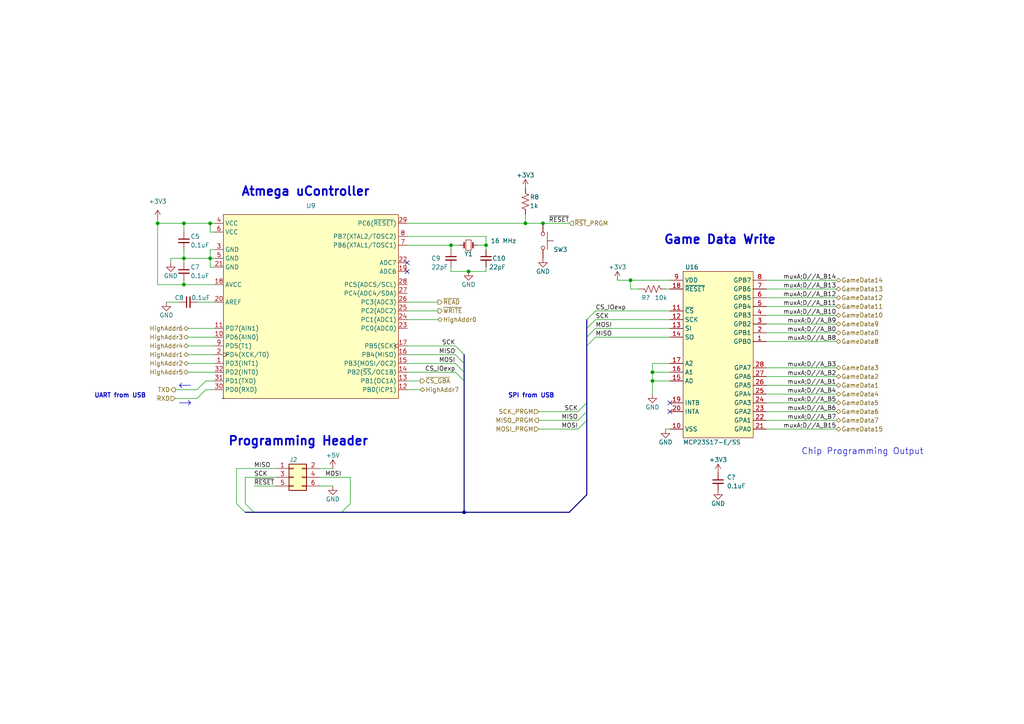
<source format=kicad_sch>
(kicad_sch (version 20230121) (generator eeschema)
  (paper "A4")
  (lib_symbols
    (symbol "0_libSyms_GBA:Atmega_SMT"
      (property "Reference" "U" (at 1.27 54.61 0))
      (symbol "Atmega_SMT_0_1"
        (rectangle (start 0 53.34) (end 50.8 0) (fill (type background)))
      )
      (symbol "Atmega_SMT_1_1"
        (pin input line (at -2.54 10.16 0) (length 2.54) (name "PD3(INT1)") (number "1"))
        (pin input line (at -2.54 17.78 0) (length 2.54) (name "PD6(AIN0)") (number "10"))
        (pin input line (at -2.54 20.32 0) (length 2.54) (name "PD7(AIN1)") (number "11"))
        (pin input line (at 53.34 2.54 180) (length 2.54) (name "PB0(ICP1)") (number "12"))
        (pin input line (at 53.34 5.08 180) (length 2.54) (name "PB1(OC1A)") (number "13"))
        (pin input line (at 53.34 7.62 180) (length 2.54) (name "PB2(~{SS}/OC1B)") (number "14"))
        (pin input line (at 53.34 10.16 180) (length 2.54) (name "PB3(MOSI/OC2)") (number "15"))
        (pin input line (at 53.34 12.7 180) (length 2.54) (name "PB4(MISO)") (number "16"))
        (pin input clock (at 53.34 15.24 180) (length 2.54) (name "PB5(SCK)") (number "17"))
        (pin input line (at -2.54 33.02 0) (length 2.54) (name "AVCC") (number "18"))
        (pin input line (at 53.34 36.83 180) (length 2.54) (name "ADC6") (number "19"))
        (pin input clock (at -2.54 12.7 0) (length 2.54) (name "PD4(XCK/T0)") (number "2"))
        (pin input line (at -2.54 27.94 0) (length 2.54) (name "AREF") (number "20"))
        (pin input line (at -2.54 38.1 0) (length 2.54) (name "GND") (number "21"))
        (pin input line (at 53.34 39.37 180) (length 2.54) (name "ADC7") (number "22"))
        (pin input line (at 53.34 20.32 180) (length 2.54) (name "PC0(ADC0)") (number "23"))
        (pin input line (at 53.34 22.86 180) (length 2.54) (name "PC1(ADC1)") (number "24"))
        (pin input line (at 53.34 25.4 180) (length 2.54) (name "PC2(ADC2)") (number "25"))
        (pin input line (at 53.34 27.94 180) (length 2.54) (name "PC3(ADC3)") (number "26"))
        (pin input line (at 53.34 30.48 180) (length 2.54) (name "PC4(ADC4/SDA)") (number "27"))
        (pin input line (at 53.34 33.02 180) (length 2.54) (name "PC5(ADC5/SCL)") (number "28"))
        (pin input line (at 53.34 50.8 180) (length 2.54) (name "PC6(~{RESET})") (number "29"))
        (pin input line (at -2.54 43.18 0) (length 2.54) (name "GND") (number "3"))
        (pin input line (at -2.54 2.54 0) (length 2.54) (name "PD0(RXD)") (number "30"))
        (pin input line (at -2.54 5.08 0) (length 2.54) (name "PD1(TXD)") (number "31"))
        (pin input line (at -2.54 7.62 0) (length 2.54) (name "PD2(INT0)") (number "32"))
        (pin input line (at -2.54 50.8 0) (length 2.54) (name "VCC") (number "4"))
        (pin input line (at -2.54 40.64 0) (length 2.54) (name "GND") (number "5"))
        (pin input line (at -2.54 48.26 0) (length 2.54) (name "VCC") (number "6"))
        (pin input line (at 53.34 44.45 180) (length 2.54) (name "PB6(XTAL1/TOSC1)") (number "7"))
        (pin input line (at 53.34 46.99 180) (length 2.54) (name "PB7(XTAL2/TOSC2)") (number "8"))
        (pin input line (at -2.54 15.24 0) (length 2.54) (name "PD5(T1)") (number "9"))
      )
    )
    (symbol "0_libSyms_GBA:IO_exp"
      (property "Reference" "U" (at 1.27 49.53 0))
      (symbol "IO_exp_1_1"
        (rectangle (start 0 48.26) (end 20.32 0) (fill (type background)))
        (pin bidirectional line (at 24.13 27.94 180) (length 3.81) (name "GPB0") (number "1"))
        (pin power_out line (at -3.81 2.54 0) (length 3.81) (name "VSS") (number "10"))
        (pin input line (at -3.81 36.83 0) (length 3.81) (name "~{CS}") (number "11"))
        (pin input line (at -3.81 34.29 0) (length 3.81) (name "SCK") (number "12"))
        (pin input line (at -3.81 31.75 0) (length 3.81) (name "SI") (number "13"))
        (pin output line (at -3.81 29.21 0) (length 3.81) (name "SO") (number "14"))
        (pin input line (at -3.81 16.51 0) (length 3.81) (name "A0") (number "15"))
        (pin input line (at -3.81 19.05 0) (length 3.81) (name "A1") (number "16"))
        (pin input line (at -3.81 21.59 0) (length 3.81) (name "A2") (number "17"))
        (pin input line (at -3.81 43.18 0) (length 3.81) (name "~{RESET}") (number "18"))
        (pin output line (at -3.81 10.16 0) (length 3.81) (name "INTB") (number "19"))
        (pin bidirectional line (at 24.13 30.48 180) (length 3.81) (name "GPB1") (number "2"))
        (pin output line (at -3.81 7.62 0) (length 3.81) (name "INTA") (number "20"))
        (pin bidirectional line (at 24.13 2.54 180) (length 3.81) (name "GPA0") (number "21"))
        (pin bidirectional line (at 24.13 5.08 180) (length 3.81) (name "GPA1") (number "22"))
        (pin bidirectional line (at 24.13 7.62 180) (length 3.81) (name "GPA2") (number "23"))
        (pin bidirectional line (at 24.13 10.16 180) (length 3.81) (name "GPA3") (number "24"))
        (pin bidirectional line (at 24.13 12.7 180) (length 3.81) (name "GPA4") (number "25"))
        (pin bidirectional line (at 24.13 15.24 180) (length 3.81) (name "GPA5") (number "26"))
        (pin bidirectional line (at 24.13 17.78 180) (length 3.81) (name "GPA6") (number "27"))
        (pin bidirectional line (at 24.13 20.32 180) (length 3.81) (name "GPA7") (number "28"))
        (pin bidirectional line (at 24.13 33.02 180) (length 3.81) (name "GPB2") (number "3"))
        (pin bidirectional line (at 24.13 35.56 180) (length 3.81) (name "GPB3") (number "4"))
        (pin bidirectional line (at 24.13 38.1 180) (length 3.81) (name "GPB4") (number "5"))
        (pin bidirectional line (at 24.13 40.64 180) (length 3.81) (name "GPB5") (number "6"))
        (pin bidirectional line (at 24.13 43.18 180) (length 3.81) (name "GPB6") (number "7"))
        (pin bidirectional line (at 24.13 45.72 180) (length 3.81) (name "GPB7") (number "8"))
        (pin power_in line (at -3.81 45.72 0) (length 3.81) (name "VDD") (number "9"))
      )
    )
    (symbol "Connector_Generic:Conn_02x03_Odd_Even" (pin_names (offset 1.016) hide)
      (property "Reference" "J" (at 1.27 5.08 0))
      (property "Value" "Conn_02x03_Odd_Even" (at 1.27 -5.08 0))
      (symbol "Conn_02x03_Odd_Even_1_1"
        (rectangle (start -1.27 -2.413) (end 0 -2.667) (stroke (width 0.1524)))
        (rectangle (start -1.27 0.127) (end 0 -0.127) (stroke (width 0.1524)))
        (rectangle (start -1.27 2.667) (end 0 2.413) (stroke (width 0.1524)))
        (rectangle (start -1.27 3.81) (end 3.81 -3.81) (stroke (width 0.254)) (fill (type background)))
        (rectangle (start 3.81 -2.413) (end 2.54 -2.667) (stroke (width 0.1524)))
        (rectangle (start 3.81 0.127) (end 2.54 -0.127) (stroke (width 0.1524)))
        (rectangle (start 3.81 2.667) (end 2.54 2.413) (stroke (width 0.1524)))
        (pin passive line (at -5.08 2.54 0) (length 3.81) (name "Pin_1") (number "1"))
        (pin passive line (at 7.62 2.54 180) (length 3.81) (name "Pin_2") (number "2"))
        (pin passive line (at -5.08 0 0) (length 3.81) (name "Pin_3") (number "3"))
        (pin passive line (at 7.62 0 180) (length 3.81) (name "Pin_4") (number "4"))
        (pin passive line (at -5.08 -2.54 0) (length 3.81) (name "Pin_5") (number "5"))
        (pin passive line (at 7.62 -2.54 180) (length 3.81) (name "Pin_6") (number "6"))
      )
    )
    (symbol "Device:C_Small" (pin_numbers hide) (pin_names (offset 0.254) hide)
      (property "Reference" "C" (at 0.254 1.778 0))
      (property "Value" "C_Small" (at 0.254 -2.032 0))
      (symbol "C_Small_0_1"
        (polyline (pts (xy -1.524 -0.508) (xy 1.524 -0.508)) (stroke (width 0.3302)))
        (polyline (pts (xy -1.524 0.508) (xy 1.524 0.508)) (stroke (width 0.3048)))
      )
      (symbol "C_Small_1_1"
        (pin passive line (at 0 2.54 270) (length 2.032) (name "~") (number "1"))
        (pin passive line (at 0 -2.54 90) (length 2.032) (name "~") (number "2"))
      )
    )
    (symbol "Device:Crystal_Small" (pin_numbers hide) (pin_names (offset 1.016) hide)
      (property "Reference" "Y" (at 0 2.54 0))
      (property "Value" "Crystal_Small" (at 0 -2.54 0))
      (symbol "Crystal_Small_0_1"
        (rectangle (start -0.762 -1.524) (end 0.762 1.524))
        (polyline (pts (xy -1.27 -0.762) (xy -1.27 0.762)) (stroke (width 0.381)))
        (polyline (pts (xy 1.27 -0.762) (xy 1.27 0.762)) (stroke (width 0.381)))
      )
      (symbol "Crystal_Small_1_1"
        (pin passive line (at -2.54 0 0) (length 1.27) (name "1") (number "1"))
        (pin passive line (at 2.54 0 180) (length 1.27) (name "2") (number "2"))
      )
    )
    (symbol "Device:R_US" (pin_numbers hide) (pin_names (offset 0))
      (property "Reference" "R" (at 2.54 0 90))
      (property "Value" "R_US" (at -2.54 0 90))
      (symbol "R_US_0_1"
        (polyline (pts (xy 0 -2.286) (xy 0 -2.54)))
        (polyline (pts (xy 0 2.286) (xy 0 2.54)))
        (polyline (pts (xy 0 -0.762) (xy 1.016 -1.143) (xy 0 -1.524) (xy -1.016 -1.905) (xy 0 -2.286)))
        (polyline (pts (xy 0 0.762) (xy 1.016 0.381) (xy 0 0) (xy -1.016 -0.381) (xy 0 -0.762)))
        (polyline (pts (xy 0 2.286) (xy 1.016 1.905) (xy 0 1.524) (xy -1.016 1.143) (xy 0 0.762)))
      )
      (symbol "R_US_1_1"
        (pin passive line (at 0 3.81 270) (length 1.27) (name "~") (number "1"))
        (pin passive line (at 0 -3.81 90) (length 1.27) (name "~") (number "2"))
      )
    )
    (symbol "Switch:SW_Push" (pin_numbers hide) (pin_names (offset 1.016) hide)
      (property "Reference" "SW" (at 1.27 2.54 0))
      (property "Value" "SW_Push" (at 0 -1.524 0))
      (symbol "SW_Push_0_1"
        (circle (center -2.032 0) (radius 0.508))
        (polyline (pts (xy 0 1.27) (xy 0 3.048)))
        (polyline (pts (xy 2.54 1.27) (xy -2.54 1.27)))
        (circle (center 2.032 0) (radius 0.508))
        (pin passive line (at -5.08 0 0) (length 2.54) (name "1") (number "1"))
        (pin passive line (at 5.08 0 180) (length 2.54) (name "2") (number "2"))
      )
    )
    (symbol "power:+3V3" (power) (pin_names (offset 0))
      (property "Value" "+3V3" (at 0 3.556 0))
      (symbol "+3V3_0_1"
        (polyline (pts (xy -0.762 1.27) (xy 0 2.54)))
        (polyline (pts (xy 0 0) (xy 0 2.54)))
        (polyline (pts (xy 0 2.54) (xy 0.762 1.27)))
      )
      (symbol "+3V3_1_1"
        (pin power_in line (at 0 0 90) (length 0) hide (name "+3V3") (number "1"))
      )
    )
    (symbol "power:+5V" (power) (pin_names (offset 0))
      (property "Value" "+5V" (at 0 3.556 0))
      (symbol "+5V_0_1"
        (polyline (pts (xy -0.762 1.27) (xy 0 2.54)))
        (polyline (pts (xy 0 0) (xy 0 2.54)))
        (polyline (pts (xy 0 2.54) (xy 0.762 1.27)))
      )
      (symbol "+5V_1_1"
        (pin power_in line (at 0 0 90) (length 0) hide (name "+5V") (number "1"))
      )
    )
    (symbol "power:GND" (power) (pin_names (offset 0))
      (property "Value" "GND" (at 0 -3.81 0))
      (symbol "GND_0_1"
        (polyline (pts (xy 0 0) (xy 0 -1.27) (xy 1.27 -1.27) (xy 0 -2.54) (xy -1.27 -1.27) (xy 0 -1.27)))
      )
      (symbol "GND_1_1"
        (pin power_in line (at 0 0 270) (length 0) hide (name "GND") (number "1"))
      )
    )
  )
  (junction (at 53.34 64.77))
  (junction (at 53.34 74.93))
  (junction (at 130.81 71.12))
  (junction (at 152.4 64.77))
  (junction (at 182.88 81.28))
  (junction (at 53.34 82.55))
  (junction (at 189.23 110.49))
  (junction (at 135.89 78.74))
  (junction (at 157.48 64.77))
  (junction (at 45.72 64.77))
  (junction (at 134.62 148.59))
  (junction (at 140.97 71.12))
  (junction (at 60.96 74.93))
  (junction (at 60.96 64.77))
  (junction (at 189.23 107.95))
  (no_connect (at 194.31 116.84))
  (no_connect (at 118.11 78.74))
  (no_connect (at 194.31 119.38))
  (no_connect (at 118.11 76.2))
  (bus_entry (at 68.58 146.05) (size 2.54 2.54))
  (bus_entry (at 172.72 92.71) (size -2.54 2.54))
  (bus_entry (at 172.72 95.25) (size -2.54 2.54))
  (bus_entry (at 167.64 124.46) (size 2.54 -2.54))
  (bus_entry (at 99.06 148.59) (size 2.54 -2.54))
  (bus_entry (at 172.72 90.17) (size -2.54 2.54))
  (bus_entry (at 132.08 105.41) (size 2.54 2.54))
  (bus_entry (at 167.64 119.38) (size 2.54 -2.54))
  (bus_entry (at 71.12 146.05) (size 2.54 2.54))
  (bus_entry (at 172.72 97.79) (size -2.54 2.54))
  (bus_entry (at 132.08 100.33) (size 2.54 2.54))
  (bus_entry (at 132.08 107.95) (size 2.54 2.54))
  (bus_entry (at 167.64 121.92) (size 2.54 -2.54))
  (bus_entry (at 132.08 102.87) (size 2.54 2.54))
  (wire (pts (xy 60.96 64.77) (xy 53.34 64.77)))
  (polyline (pts (xy 54.61 117.475) (xy 55.245 116.84)))
  (wire (pts (xy 189.23 105.41) (xy 189.23 107.95)))
  (wire (pts (xy 135.89 78.74) (xy 140.97 78.74)))
  (wire (pts (xy 68.58 135.89) (xy 68.58 146.05)))
  (wire (pts (xy 130.81 71.12) (xy 130.81 72.39)))
  (wire (pts (xy 172.72 95.25) (xy 194.31 95.25)))
  (polyline (pts (xy 54.61 116.205) (xy 55.245 116.84)))
  (wire (pts (xy 49.53 74.93) (xy 53.34 74.93)))
  (polyline (pts (xy 52.705 112.395) (xy 52.07 111.76)))
  (wire (pts (xy 193.04 83.82) (xy 194.31 83.82)))
  (wire (pts (xy 50.8 113.03) (xy 57.15 113.03)))
  (wire (pts (xy 54.61 107.95) (xy 62.23 107.95)))
  (wire (pts (xy 222.25 81.28) (xy 242.57 81.28)))
  (wire (pts (xy 53.34 81.28) (xy 53.34 82.55)))
  (wire (pts (xy 118.11 107.95) (xy 132.08 107.95)))
  (wire (pts (xy 118.11 110.49) (xy 121.92 110.49)))
  (wire (pts (xy 59.69 113.03) (xy 62.23 113.03)))
  (wire (pts (xy 222.25 106.68) (xy 242.57 106.68)))
  (wire (pts (xy 140.97 71.12) (xy 140.97 72.39)))
  (wire (pts (xy 57.15 87.63) (xy 62.23 87.63)))
  (wire (pts (xy 222.25 119.38) (xy 242.57 119.38)))
  (wire (pts (xy 222.25 91.44) (xy 242.57 91.44)))
  (wire (pts (xy 53.34 82.55) (xy 62.23 82.55)))
  (bus (pts (xy 170.18 143.51) (xy 165.1 148.59)))
  (wire (pts (xy 118.11 68.58) (xy 140.97 68.58)))
  (wire (pts (xy 130.81 78.74) (xy 130.81 77.47)))
  (wire (pts (xy 193.04 124.46) (xy 194.31 124.46)))
  (wire (pts (xy 222.25 124.46) (xy 242.57 124.46)))
  (wire (pts (xy 152.4 64.77) (xy 157.48 64.77)))
  (wire (pts (xy 54.61 97.79) (xy 62.23 97.79)))
  (wire (pts (xy 71.12 138.43) (xy 71.12 146.05)))
  (wire (pts (xy 45.72 64.77) (xy 45.72 82.55)))
  (wire (pts (xy 73.66 140.97) (xy 80.01 140.97)))
  (wire (pts (xy 92.71 138.43) (xy 101.6 138.43)))
  (wire (pts (xy 140.97 78.74) (xy 140.97 77.47)))
  (wire (pts (xy 182.88 83.82) (xy 185.42 83.82)))
  (wire (pts (xy 57.15 115.57) (xy 59.69 113.03)))
  (wire (pts (xy 92.71 135.89) (xy 96.52 135.89)))
  (bus (pts (xy 99.06 148.59) (xy 134.62 148.59)))
  (wire (pts (xy 140.97 68.58) (xy 140.97 71.12)))
  (wire (pts (xy 118.11 100.33) (xy 132.08 100.33)))
  (bus (pts (xy 170.18 100.33) (xy 170.18 116.84)))
  (wire (pts (xy 222.25 93.98) (xy 242.57 93.98)))
  (wire (pts (xy 45.72 63.5) (xy 45.72 64.77)))
  (wire (pts (xy 156.21 119.38) (xy 167.64 119.38)))
  (wire (pts (xy 45.72 64.77) (xy 53.34 64.77)))
  (bus (pts (xy 134.62 102.87) (xy 134.62 105.41)))
  (wire (pts (xy 118.11 71.12) (xy 130.81 71.12)))
  (bus (pts (xy 170.18 92.71) (xy 170.18 95.25)))
  (polyline (pts (xy 52.705 112.395) (xy 52.07 111.76)))
  (wire (pts (xy 60.96 72.39) (xy 60.96 74.93)))
  (wire (pts (xy 54.61 102.87) (xy 62.23 102.87)))
  (wire (pts (xy 182.88 81.28) (xy 182.88 83.82)))
  (bus (pts (xy 170.18 119.38) (xy 170.18 121.92)))
  (wire (pts (xy 138.43 71.12) (xy 140.97 71.12)))
  (wire (pts (xy 189.23 114.3) (xy 189.23 110.49)))
  (wire (pts (xy 60.96 72.39) (xy 62.23 72.39)))
  (wire (pts (xy 130.81 71.12) (xy 133.35 71.12)))
  (wire (pts (xy 118.11 92.71) (xy 127 92.71)))
  (wire (pts (xy 54.61 100.33) (xy 62.23 100.33)))
  (wire (pts (xy 222.25 111.76) (xy 242.57 111.76)))
  (wire (pts (xy 60.96 74.93) (xy 60.96 77.47)))
  (wire (pts (xy 54.61 95.25) (xy 62.23 95.25)))
  (polyline (pts (xy 52.07 116.84) (xy 55.245 116.84)))
  (wire (pts (xy 222.25 99.06) (xy 242.57 99.06)))
  (wire (pts (xy 172.72 92.71) (xy 194.31 92.71)))
  (wire (pts (xy 57.15 113.03) (xy 59.69 110.49)))
  (wire (pts (xy 172.72 90.17) (xy 194.31 90.17)))
  (wire (pts (xy 222.25 88.9) (xy 242.57 88.9)))
  (wire (pts (xy 189.23 107.95) (xy 189.23 110.49)))
  (wire (pts (xy 53.34 74.93) (xy 53.34 76.2)))
  (wire (pts (xy 118.11 90.17) (xy 127 90.17)))
  (wire (pts (xy 92.71 140.97) (xy 96.52 140.97)))
  (wire (pts (xy 222.25 96.52) (xy 242.57 96.52)))
  (wire (pts (xy 189.23 107.95) (xy 194.31 107.95)))
  (wire (pts (xy 182.88 81.28) (xy 194.31 81.28)))
  (wire (pts (xy 156.21 121.92) (xy 167.64 121.92)))
  (wire (pts (xy 62.23 74.93) (xy 60.96 74.93)))
  (wire (pts (xy 189.23 110.49) (xy 194.31 110.49)))
  (wire (pts (xy 156.21 124.46) (xy 167.64 124.46)))
  (wire (pts (xy 49.53 76.2) (xy 49.53 74.93)))
  (polyline (pts (xy 54.61 116.205) (xy 55.245 116.84)))
  (bus (pts (xy 170.18 121.92) (xy 170.18 143.51)))
  (wire (pts (xy 179.07 81.28) (xy 182.88 81.28)))
  (polyline (pts (xy 55.245 111.76) (xy 52.07 111.76)))
  (wire (pts (xy 130.81 78.74) (xy 135.89 78.74)))
  (bus (pts (xy 134.62 107.95) (xy 134.62 110.49)))
  (bus (pts (xy 134.62 148.59) (xy 165.1 148.59)))
  (bus (pts (xy 170.18 95.25) (xy 170.18 97.79)))
  (wire (pts (xy 118.11 113.03) (xy 121.92 113.03)))
  (wire (pts (xy 118.11 64.77) (xy 152.4 64.77)))
  (wire (pts (xy 118.11 87.63) (xy 127 87.63)))
  (bus (pts (xy 170.18 116.84) (xy 170.18 119.38)))
  (wire (pts (xy 53.34 64.77) (xy 53.34 67.31)))
  (wire (pts (xy 118.11 105.41) (xy 132.08 105.41)))
  (bus (pts (xy 134.62 110.49) (xy 134.62 148.59)))
  (wire (pts (xy 222.25 114.3) (xy 242.57 114.3)))
  (wire (pts (xy 189.23 105.41) (xy 194.31 105.41)))
  (polyline (pts (xy 52.705 111.125) (xy 52.07 111.76)))
  (wire (pts (xy 60.96 64.77) (xy 60.96 67.31)))
  (wire (pts (xy 54.61 105.41) (xy 62.23 105.41)))
  (wire (pts (xy 48.26 87.63) (xy 52.07 87.63)))
  (wire (pts (xy 172.72 97.79) (xy 194.31 97.79)))
  (bus (pts (xy 71.12 148.59) (xy 73.66 148.59)))
  (wire (pts (xy 157.48 64.77) (xy 165.1 64.77)))
  (wire (pts (xy 222.25 86.36) (xy 242.57 86.36)))
  (wire (pts (xy 71.12 138.43) (xy 80.01 138.43)))
  (wire (pts (xy 62.23 64.77) (xy 60.96 64.77)))
  (wire (pts (xy 45.72 82.55) (xy 53.34 82.55)))
  (wire (pts (xy 60.96 77.47) (xy 62.23 77.47)))
  (wire (pts (xy 60.96 74.93) (xy 53.34 74.93)))
  (wire (pts (xy 60.96 67.31) (xy 62.23 67.31)))
  (bus (pts (xy 170.18 97.79) (xy 170.18 100.33)))
  (wire (pts (xy 152.4 62.23) (xy 152.4 64.77)))
  (wire (pts (xy 53.34 74.93) (xy 53.34 72.39)))
  (wire (pts (xy 50.8 115.57) (xy 57.15 115.57)))
  (bus (pts (xy 73.66 148.59) (xy 99.06 148.59)))
  (wire (pts (xy 59.69 110.49) (xy 62.23 110.49)))
  (wire (pts (xy 222.25 83.82) (xy 242.57 83.82)))
  (wire (pts (xy 101.6 138.43) (xy 101.6 146.05)))
  (bus (pts (xy 134.62 105.41) (xy 134.62 107.95)))
  (wire (pts (xy 68.58 135.89) (xy 80.01 135.89)))
  (wire (pts (xy 222.25 109.22) (xy 242.57 109.22)))
  (wire (pts (xy 222.25 116.84) (xy 242.57 116.84)))
  (wire (pts (xy 222.25 121.92) (xy 242.57 121.92)))
  (wire (pts (xy 118.11 102.87) (xy 132.08 102.87)))
  (text "Chip Programming Output" (at 232.41 132.08 0) (effects (font (size 1.8 1.8)) (justify left bottom)))
  (text "Atmega uController" (at 69.85 57.15 0) (effects (font (size 2.54 2.54) (thickness 0.508) bold) (justify left bottom)))
  (text "Game Data Write" (at 192.405 71.12 0) (effects (font (size 2.54 2.54) (thickness 0.508) bold) (justify left bottom)))
  (text "Programming Header" (at 66.04 129.54 0) (effects (font (size 2.54 2.54) (thickness 0.508) bold) (justify left bottom)))
  (text "UART from USB" (at 27.305 115.57 0) (effects (font (size 1.27 1.27) (thickness 0.254) bold) (justify left bottom)))
  (text "SPI from USB" (at 147.32 115.57 0) (effects (font (size 1.27 1.27) (thickness 0.254) bold) (justify left bottom)))
  (label "muxA;D//A_B13" (at 242.57 83.82 180))
  (label "~{RESET}" (at 73.66 140.97 0))
  (label "CS_IOexp" (at 132.08 107.95 180))
  (label "CS_IOexp" (at 172.72 90.17 0))
  (label "muxA;D//A_B14" (at 242.57 81.28 180))
  (label "MOSI" (at 172.72 95.25 0))
  (label "muxA;D//A_B15" (at 242.57 124.46 180))
  (label "muxA;D//A_B10" (at 242.57 91.44 180))
  (label "MOSI" (at 99.06 138.43 180))
  (label "muxA;D//A_B5" (at 242.57 116.84 180))
  (label "muxA;D//A_B8" (at 242.57 99.06 180))
  (label "MOSI" (at 167.64 124.46 180))
  (label "MISO" (at 172.72 97.79 0))
  (label "muxA;D//A_B6" (at 242.57 119.38 180))
  (label "muxA;D//A_B12" (at 242.57 86.36 180))
  (label "SCK" (at 73.66 138.43 0))
  (label "muxA;D//A_B1" (at 242.57 111.76 180))
  (label "muxA;D//A_B3" (at 242.57 106.68 180))
  (label "muxA;D//A_B4" (at 242.57 114.3 180))
  (label "SCK" (at 132.08 100.33 180))
  (label "MISO" (at 73.66 135.89 0))
  (label "SCK" (at 167.64 119.38 180))
  (label "MISO" (at 132.08 102.87 180))
  (label "muxA;D//A_B0" (at 242.57 96.52 180))
  (label "muxA;D//A_B2" (at 242.57 109.22 180))
  (label "MISO" (at 167.64 121.92 180))
  (label "muxA;D//A_B11" (at 242.57 88.9 180))
  (label "SCK" (at 172.72 92.71 0))
  (label "~{RESET}" (at 165.1 64.77 180))
  (label "muxA;D//A_B7" (at 242.57 121.92 180))
  (label "MOSI" (at 132.08 105.41 180))
  (label "muxA;D//A_B9" (at 242.57 93.98 180))
  (hierarchical_label "HighAddr4" (shape bidirectional) (at 54.61 100.33 180))
  (hierarchical_label "HighAddr0" (shape bidirectional) (at 127 92.71 0))
  (hierarchical_label "GameData15" (shape bidirectional) (at 242.57 124.46 0))
  (hierarchical_label "RXD" (shape input) (at 50.8 115.57 180))
  (hierarchical_label "MISO_PRGM" (shape output) (at 156.21 121.92 180))
  (hierarchical_label "~{WRITE}" (shape output) (at 127 90.17 0))
  (hierarchical_label "MOSI_PRGM" (shape input) (at 156.21 124.46 180))
  (hierarchical_label "GameData13" (shape bidirectional) (at 242.57 83.82 0))
  (hierarchical_label "GameData10" (shape bidirectional) (at 242.57 91.44 0))
  (hierarchical_label "HighAddr1" (shape bidirectional) (at 54.61 102.87 180))
  (hierarchical_label "GameData14" (shape bidirectional) (at 242.57 81.28 0))
  (hierarchical_label "~{READ}" (shape output) (at 127 87.63 0))
  (hierarchical_label "GameData7" (shape bidirectional) (at 242.57 121.92 0))
  (hierarchical_label "SCK_PRGM" (shape input) (at 156.21 119.38 180))
  (hierarchical_label "GameData3" (shape bidirectional) (at 242.57 106.68 0))
  (hierarchical_label "TXD" (shape output) (at 50.8 113.03 180))
  (hierarchical_label "~{CS_GBA}" (shape output) (at 121.92 110.49 0))
  (hierarchical_label "HighAddr2" (shape bidirectional) (at 54.61 105.41 180))
  (hierarchical_label "HighAddr3" (shape bidirectional) (at 54.61 97.79 180))
  (hierarchical_label "GameData4" (shape bidirectional) (at 242.57 114.3 0))
  (hierarchical_label "GameData9" (shape bidirectional) (at 242.57 93.98 0))
  (hierarchical_label "GameData2" (shape bidirectional) (at 242.57 109.22 0))
  (hierarchical_label "GameData5" (shape bidirectional) (at 242.57 116.84 0))
  (hierarchical_label "GameData0" (shape bidirectional) (at 242.57 96.52 0))
  (hierarchical_label "GameData12" (shape bidirectional) (at 242.57 86.36 0))
  (hierarchical_label "GameData1" (shape bidirectional) (at 242.57 111.76 0))
  (hierarchical_label "~{RST}_PRGM" (shape input) (at 165.1 64.77 0))
  (hierarchical_label "GameData6" (shape bidirectional) (at 242.57 119.38 0))
  (hierarchical_label "GameData8" (shape bidirectional) (at 242.57 99.06 0))
  (hierarchical_label "HighAddr6" (shape bidirectional) (at 54.61 95.25 180))
  (hierarchical_label "HighAddr7" (shape bidirectional) (at 121.92 113.03 0))
  (hierarchical_label "HighAddr5" (shape bidirectional) (at 54.61 107.95 180))
  (hierarchical_label "GameData11" (shape bidirectional) (at 242.57 88.9 0))
  (symbol (lib_id "Device:C_Small") (at 140.97 74.93 0) (mirror y) (unit 1)
    (property "Reference" "C10" (at 146.685 74.93 0) (effects (justify left)))
    (property "Value" "22pF" (at 146.685 77.47 0) (effects (justify left)))
    (property "Footprint" "Capacitor_SMD:C_0805_2012Metric_Pad1.18x1.45mm_HandSolder" (effects hide))
    (instances (project "TTL_tester" (path "" (reference "C10") (unit 1))) (project "GBA_Cartridge" (path "" (reference "C14") (unit 1)) (path "" (reference "C9") (unit 1))) (project "topNotch_tester" (path "" (reference "C24") (unit 1))))
  )
  (symbol (lib_id "Connector_Generic:Conn_02x03_Odd_Even") (at 85.09 138.43 0) (unit 1)
    (property "Reference" "J2" (at 85.09 133.35 0))
    (property "Value" "Conn_02x03_Odd_Even" (effects hide))
    (property "Footprint" "Connector_PinHeader_2.54mm:PinHeader_2x03_P2.54mm_Vertical" (effects hide))
  )
  (symbol (lib_id "power:GND") (at 208.28 142.24 0) (mirror y) (unit 1)
    (property "Reference" "#PWR?" (effects hide))
    (property "Value" "GND" (at 208.28 146.05 0))
    (instances (project "TTL_tester" (path "" (reference "#PWR?") (unit 1)) (path "" (reference "#PWR066") (unit 1)) (path "" (reference "#PWR044") (unit 1))) (project "GBA_Cartridge" (path "" (reference "#PWR029") (unit 1)) (path "" (reference "#PWR043") (unit 1))) (project "topNotch_tester" (path "" (reference "#PWR087") (unit 1))))
  )
  (symbol (lib_id "Device:C_Small") (at 53.34 78.74 0) (unit 1)
    (property "Reference" "C7" (at 55.245 77.47 0) (effects (justify left)))
    (property "Value" "0.1uF" (at 55.245 80.01 0) (effects (justify left)))
    (property "Footprint" "Capacitor_SMD:C_0603_1608Metric_Pad1.08x0.95mm_HandSolder" (effects hide))
    (instances (project "TTL_tester" (path "" (reference "C7") (unit 1))) (project "GBA_Cartridge" (path "" (reference "C11") (unit 1)) (path "" (reference "C6") (unit 1))) (project "topNotch_tester" (path "" (reference "C21") (unit 1))))
  )
  (symbol (lib_id "Device:R_US") (at 152.4 58.42 0) (unit 1)
    (property "Reference" "R8" (at 153.67 57.15 0) (effects (justify left)))
    (property "Value" "1k" (at 153.67 59.69 0) (effects (justify left)))
    (property "Footprint" "Resistor_SMD:R_0805_2012Metric_Pad1.20x1.40mm_HandSolder" (effects hide))
    (instances (project "TTL_tester" (path "" (reference "R8") (unit 1))) (project "GBA_Cartridge" (path "" (reference "R12") (unit 1)) (path "" (reference "R9") (unit 1))) (project "topNotch_tester" (path "" (reference "R10") (unit 1))))
  )
  (symbol (lib_id "power:+3V3") (at 45.72 63.5 0) (mirror y) (unit 1)
    (property "Reference" "#PWR030" (effects hide))
    (property "Value" "+3V3" (at 45.72 58.42 0))
    (instances (project "GBA_Cartridge" (path "" (reference "#PWR030") (unit 1)) (path "" (reference "#PWR031") (unit 1))))
  )
  (symbol (lib_id "power:+5V") (at 96.52 135.89 0) (unit 1)
    (property "Reference" "#PWR028" (effects hide))
    (property "Value" "+5V" (at 96.52 132.08 0))
    (instances (project "TTL_tester" (path "" (reference "#PWR028") (unit 1))) (project "GBA_Cartridge" (path "" (reference "#PWR034") (unit 1))) (project "topNotch_tester" (path "" (reference "#PWR016") (unit 1))))
  )
  (symbol (lib_id "power:GND") (at 157.48 74.93 0) (unit 1)
    (property "Reference" "#PWR015" (effects hide))
    (property "Value" "GND" (at 157.48 78.74 0))
    (instances (project "TTL_tester" (path "" (reference "#PWR015") (unit 1))) (project "GBA_Cartridge" (path "" (reference "#PWR035") (unit 1)) (path "" (reference "#PWR038") (unit 1))) (project "topNotch_tester" (path "" (reference "#PWR022") (unit 1))))
  )
  (symbol (lib_id "power:GND") (at 96.52 140.97 0) (unit 1)
    (property "Reference" "#PWR029" (effects hide))
    (property "Value" "GND" (at 96.52 144.78 0))
    (instances (project "TTL_tester" (path "" (reference "#PWR029") (unit 1))) (project "GBA_Cartridge" (path "" (reference "#PWR035") (unit 1))) (project "topNotch_tester" (path "" (reference "#PWR017") (unit 1))))
  )
  (symbol (lib_id "power:GND") (at 48.26 87.63 0) (unit 1)
    (property "Reference" "#PWR020" (effects hide))
    (property "Value" "GND" (at 48.26 91.44 0))
    (instances (project "TTL_tester" (path "" (reference "#PWR020") (unit 1))) (project "GBA_Cartridge" (path "" (reference "#PWR031") (unit 1)) (path "" (reference "#PWR032") (unit 1))) (project "topNotch_tester" (path "" (reference "#PWR08") (unit 1))))
  )
  (symbol (lib_id "Device:C_Small") (at 54.61 87.63 90) (unit 1)
    (property "Reference" "C8" (at 53.34 86.36 90) (effects (justify left)))
    (property "Value" "0.1uF" (at 60.96 86.36 90) (effects (justify left)))
    (property "Footprint" "Capacitor_SMD:C_0603_1608Metric_Pad1.08x0.95mm_HandSolder" (effects hide))
    (instances (project "TTL_tester" (path "" (reference "C8") (unit 1))) (project "GBA_Cartridge" (path "" (reference "C12") (unit 1)) (path "" (reference "C7") (unit 1))) (project "topNotch_tester" (path "" (reference "C22") (unit 1))))
  )
  (symbol (lib_id "power:GND") (at 135.89 78.74 0) (unit 1)
    (property "Reference" "#PWR021" (effects hide))
    (property "Value" "GND" (at 135.89 82.55 0))
    (instances (project "TTL_tester" (path "" (reference "#PWR021") (unit 1))) (project "GBA_Cartridge" (path "" (reference "#PWR033") (unit 1)) (path "" (reference "#PWR036") (unit 1))) (project "topNotch_tester" (path "" (reference "#PWR024") (unit 1))))
  )
  (symbol (lib_id "0_libSyms_GBA:Atmega_SMT") (at 64.77 115.57 0) (unit 1)
    (property "Reference" "U9" (at 90.17 59.69 0))
    (property "Value" "~" (at 64.77 115.57 0))
    (property "Footprint" "Package_QFP:TQFP-32_7x7mm_P0.8mm" (effects hide))
  )
  (symbol (lib_id "Device:Crystal_Small") (at 135.89 71.12 180) (unit 1)
    (property "Reference" "Y1" (at 135.89 73.66 0))
    (property "Value" "16 MHz" (at 146.05 69.85 0))
    (property "Footprint" "0_Library:xtal" (effects hide))
    (instances (project "TTL_tester" (path "" (reference "Y1") (unit 1))) (project "GBA_Cartridge" (path "" (reference "Y2") (unit 1)) (path "" (reference "Y1") (unit 1))) (project "topNotch_tester" (path "" (reference "Y1") (unit 1))))
  )
  (symbol (lib_id "Device:C_Small") (at 53.34 69.85 0) (unit 1)
    (property "Reference" "C5" (at 55.245 68.58 0) (effects (justify left)))
    (property "Value" "0.1uF" (at 55.245 71.12 0) (effects (justify left)))
    (property "Footprint" "Capacitor_SMD:C_0603_1608Metric_Pad1.08x0.95mm_HandSolder" (effects hide))
    (instances (project "TTL_tester" (path "" (reference "C5") (unit 1))) (project "GBA_Cartridge" (path "" (reference "C10") (unit 1)) (path "" (reference "C5") (unit 1))) (project "topNotch_tester" (path "" (reference "C20") (unit 1))))
  )
  (symbol (lib_id "power:+3V3") (at 208.28 137.16 0) (mirror y) (unit 1)
    (property "Reference" "#PWR028" (effects hide))
    (property "Value" "+3V3" (at 208.28 133.35 0))
    (instances (project "GBA_Cartridge" (path "" (reference "#PWR028") (unit 1)) (path "" (reference "#PWR042") (unit 1))))
  )
  (symbol (lib_id "power:GND") (at 189.23 114.3 0) (unit 1)
    (property "Reference" "#PWR?" (effects hide))
    (property "Value" "GND" (at 189.23 118.11 0))
    (instances (project "TTL_tester" (path "" (reference "#PWR?") (unit 1)) (path "" (reference "#PWR062") (unit 1)) (path "" (reference "#PWR041") (unit 1))) (project "GBA_Cartridge" (path "" (reference "#PWR025") (unit 1)) (path "" (reference "#PWR040") (unit 1))) (project "topNotch_tester" (path "" (reference "#PWR087") (unit 1))))
  )
  (symbol (lib_id "power:+3V3") (at 179.07 81.28 0) (mirror y) (unit 1)
    (property "Reference" "#PWR026" (effects hide))
    (property "Value" "+3V3" (at 179.07 77.47 0))
    (instances (project "GBA_Cartridge" (path "" (reference "#PWR026") (unit 1)) (path "" (reference "#PWR039") (unit 1))))
  )
  (symbol (lib_id "0_libSyms_GBA:IO_exp") (at 198.12 127 0) (unit 1)
    (property "Reference" "U16" (at 200.66 77.47 0))
    (property "Value" "MCP23S17-E/SS" (at 198.12 128.27 0) (effects (justify left)))
    (property "Footprint" "Package_SO:SSOP-28_5.3x10.2mm_P0.65mm" (effects hide))
    (instances (project "GBA_Cartridge" (path "" (reference "U16") (unit 1)) (path "" (reference "U10") (unit 1))))
  )
  (symbol (lib_id "power:GND") (at 193.04 124.46 0) (unit 1)
    (property "Reference" "#PWR?" (effects hide))
    (property "Value" "GND" (at 193.04 128.27 0))
    (instances (project "TTL_tester" (path "" (reference "#PWR?") (unit 1)) (path "" (reference "#PWR062") (unit 1)) (path "" (reference "#PWR042") (unit 1))) (project "GBA_Cartridge" (path "" (reference "#PWR027") (unit 1)) (path "" (reference "#PWR041") (unit 1))) (project "topNotch_tester" (path "" (reference "#PWR087") (unit 1))))
  )
  (symbol (lib_id "Device:C_Small") (at 130.81 74.93 0) (unit 1)
    (property "Reference" "C9" (at 125.095 74.93 0) (effects (justify left)))
    (property "Value" "22pF" (at 125.095 77.47 0) (effects (justify left)))
    (property "Footprint" "Capacitor_SMD:C_0805_2012Metric_Pad1.18x1.45mm_HandSolder" (effects hide))
    (instances (project "TTL_tester" (path "" (reference "C9") (unit 1))) (project "GBA_Cartridge" (path "" (reference "C13") (unit 1)) (path "" (reference "C8") (unit 1))) (project "topNotch_tester" (path "" (reference "C23") (unit 1))))
  )
  (symbol (lib_id "power:+3V3") (at 152.4 54.61 0) (mirror y) (unit 1)
    (property "Reference" "#PWR034" (effects hide))
    (property "Value" "+3V3" (at 152.4 50.8 0))
    (instances (project "GBA_Cartridge" (path "" (reference "#PWR034") (unit 1)) (path "" (reference "#PWR037") (unit 1))))
  )
  (symbol (lib_id "power:GND") (at 49.53 76.2 0) (unit 1)
    (property "Reference" "#PWR019" (effects hide))
    (property "Value" "GND" (at 49.53 80.01 0))
    (instances (project "TTL_tester" (path "" (reference "#PWR019") (unit 1))) (project "GBA_Cartridge" (path "" (reference "#PWR032") (unit 1)) (path "" (reference "#PWR033") (unit 1))) (project "topNotch_tester" (path "" (reference "#PWR09") (unit 1))))
  )
  (symbol (lib_id "Device:R_US") (at 189.23 83.82 90) (mirror x) (unit 1)
    (property "Reference" "R?" (at 188.595 86.36 90) (effects (justify left)))
    (property "Value" "10k" (at 189.865 86.36 90) (effects (justify right)))
    (property "Footprint" "Resistor_SMD:R_0805_2012Metric_Pad1.20x1.40mm_HandSolder" (effects hide))
    (instances (project "TTL_tester" (path "" (reference "R?") (unit 1)) (path "" (reference "R17") (unit 1))) (project "GBA_Cartridge" (path "" (reference "R11") (unit 1)) (path "" (reference "R10") (unit 1))) (project "topNotch_tester" (path "" (reference "R10") (unit 1))))
  )
  (symbol (lib_id "Device:C_Small") (at 208.28 139.7 0) (unit 1)
    (property "Reference" "C?" (at 210.82 138.43 0) (effects (justify left)))
    (property "Value" "0.1uF" (at 210.82 140.97 0) (effects (justify left)))
    (property "Footprint" "Capacitor_SMD:C_0603_1608Metric_Pad1.08x0.95mm_HandSolder" (effects hide))
    (instances (project "TTL_tester" (path "" (reference "C?") (unit 1)) (path "" (reference "C27") (unit 1)) (path "" (reference "C19") (unit 1))) (project "GBA_Cartridge" (path "" (reference "C7") (unit 1)) (path "" (reference "C10") (unit 1))) (project "topNotch_tester" (path "" (reference "C35") (unit 1))))
  )
  (symbol (lib_id "Switch:SW_Push") (at 157.48 69.85 270) (unit 1)
    (property "Reference" "SW3" (at 162.56 72.39 90))
    (property "Value" "SW_Push" (effects hide))
    (property "Footprint" "Button_Switch_THT:SW_PUSH_6mm" (effects hide))
    (instances (project "TTL_tester" (path "" (reference "SW3") (unit 1))) (project "GBA_Cartridge" (path "" (reference "SW2") (unit 1)) (path "" (reference "SW1") (unit 1))) (project "topNotch_tester" (path "" (reference "SW2") (unit 1))))
  )
)
</source>
